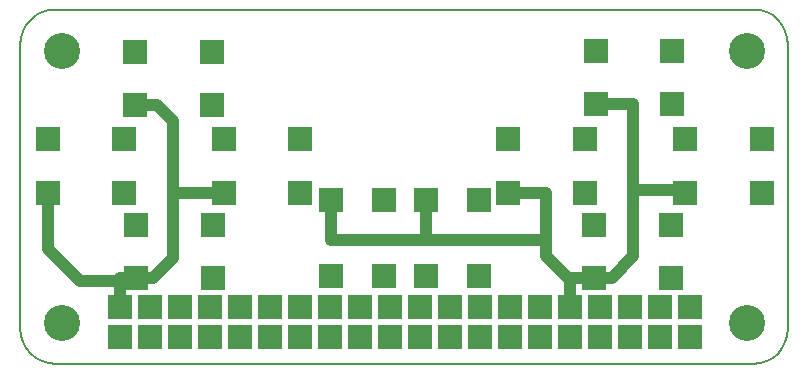
<source format=gbr>
G04 PROTEUS GERBER X2 FILE*
%TF.GenerationSoftware,Labcenter,Proteus,8.5-SP0-Build22067*%
%TF.CreationDate,2018-10-08T15:20:44+00:00*%
%TF.FileFunction,Copper,L16,Bot*%
%TF.FilePolarity,Positive*%
%TF.Part,Single*%
%FSLAX45Y45*%
%MOMM*%
G01*
%TA.AperFunction,NonConductor*%
%ADD10C,1.000000*%
%TA.AperFunction,ComponentPad*%
%ADD11C,3.048000*%
%ADD12R,2.032000X2.032000*%
%TA.AperFunction,Profile*%
%ADD13C,0.203200*%
D10*
X+230000Y+1450000D02*
X+230000Y+970000D01*
X+500000Y+700000D01*
X+840000Y+700000D01*
X+980000Y+730000D02*
X+840000Y+730000D01*
X+840000Y+700000D01*
X+840000Y+484000D01*
X+1720000Y+1450000D02*
X+1290000Y+1450000D01*
X+970000Y+2190000D02*
X+1160000Y+2190000D01*
X+1290000Y+2060000D01*
X+1290000Y+1450000D01*
X+1290000Y+900000D01*
X+1120000Y+730000D01*
X+980000Y+730000D01*
X+4650000Y+484000D02*
X+4650000Y+470000D01*
X+4860000Y+730000D02*
X+4758400Y+730000D01*
X+4650000Y+730000D01*
X+4650000Y+710000D01*
X+4650000Y+484000D01*
X+5630000Y+1450000D02*
X+5528400Y+1470000D01*
X+5190000Y+1470000D01*
X+4870000Y+2200000D02*
X+5190000Y+2200000D01*
X+5190000Y+1470000D01*
X+5190000Y+910000D01*
X+5010000Y+730000D01*
X+4860000Y+730000D01*
X+4130000Y+1450000D02*
X+4450000Y+1450000D01*
X+4450000Y+1050000D01*
X+4450000Y+910000D01*
X+4650000Y+710000D01*
X+2630000Y+1390000D02*
X+2630000Y+1050000D01*
X+3430000Y+1050000D01*
X+3480000Y+1050000D01*
X+3430000Y+1390000D02*
X+3430000Y+1050000D01*
X+3480000Y+1050000D02*
X+4450000Y+1050000D01*
D11*
X+350000Y+2650000D03*
X+350000Y+350000D03*
X+6150000Y+350000D03*
X+6150000Y+2650000D03*
D12*
X+840000Y+230000D03*
X+1094000Y+230000D03*
X+1348000Y+230000D03*
X+1602000Y+230000D03*
X+1856000Y+230000D03*
X+2110000Y+230000D03*
X+2364000Y+230000D03*
X+2618000Y+230000D03*
X+2872000Y+230000D03*
X+3126000Y+230000D03*
X+3380000Y+230000D03*
X+3634000Y+230000D03*
X+3888000Y+230000D03*
X+4142000Y+230000D03*
X+4396000Y+230000D03*
X+4650000Y+230000D03*
X+4904000Y+230000D03*
X+5158000Y+230000D03*
X+5412000Y+230000D03*
X+5666000Y+230000D03*
X+5666000Y+484000D03*
X+5412000Y+484000D03*
X+5158000Y+484000D03*
X+4904000Y+484000D03*
X+4650000Y+484000D03*
X+4396000Y+484000D03*
X+4142000Y+484000D03*
X+3888000Y+484000D03*
X+3634000Y+484000D03*
X+3380000Y+484000D03*
X+3126000Y+484000D03*
X+2872000Y+484000D03*
X+2618000Y+484000D03*
X+2364000Y+484000D03*
X+2110000Y+484000D03*
X+1856000Y+484000D03*
X+1602000Y+484000D03*
X+1348000Y+484000D03*
X+1094000Y+484000D03*
X+840000Y+484000D03*
X+1720000Y+1900000D03*
X+2370000Y+1900000D03*
X+1720000Y+1450000D03*
X+2370000Y+1450000D03*
X+980000Y+1180000D03*
X+1630000Y+1180000D03*
X+980000Y+730000D03*
X+1630000Y+730000D03*
X+230000Y+1900000D03*
X+880000Y+1900000D03*
X+230000Y+1450000D03*
X+880000Y+1450000D03*
X+970000Y+2640000D03*
X+1620000Y+2640000D03*
X+970000Y+2190000D03*
X+1620000Y+2190000D03*
X+3080000Y+1390000D03*
X+3080000Y+740000D03*
X+2630000Y+1390000D03*
X+2630000Y+740000D03*
X+3880000Y+1390000D03*
X+3880000Y+740000D03*
X+3430000Y+1390000D03*
X+3430000Y+740000D03*
X+4130000Y+1900000D03*
X+4780000Y+1900000D03*
X+4130000Y+1450000D03*
X+4780000Y+1450000D03*
X+4870000Y+2650000D03*
X+5520000Y+2650000D03*
X+4870000Y+2200000D03*
X+5520000Y+2200000D03*
X+5630000Y+1900000D03*
X+6280000Y+1900000D03*
X+5630000Y+1450000D03*
X+6280000Y+1450000D03*
X+4860000Y+1180000D03*
X+5510000Y+1180000D03*
X+4860000Y+730000D03*
X+5510000Y+730000D03*
D13*
X+300000Y+3000000D02*
X+238660Y+2994031D01*
X+181934Y+2976855D01*
X+130921Y+2949573D01*
X+86719Y+2913281D01*
X+50427Y+2869080D01*
X+23145Y+2818066D01*
X+5969Y+2761340D01*
X+0Y+2700000D01*
X+0Y+300000D02*
X+5969Y+238660D01*
X+23145Y+181934D01*
X+50427Y+130920D01*
X+86719Y+86719D01*
X+130921Y+50427D01*
X+181934Y+23145D01*
X+238660Y+5969D01*
X+300000Y+0D01*
X+6500000Y+300000D02*
X+6494031Y+238660D01*
X+6476855Y+181934D01*
X+6449573Y+130920D01*
X+6413281Y+86719D01*
X+6369079Y+50427D01*
X+6318066Y+23145D01*
X+6261340Y+5969D01*
X+6200000Y+0D01*
X+6500000Y+2700000D02*
X+6494031Y+2761340D01*
X+6476855Y+2818066D01*
X+6449573Y+2869080D01*
X+6413281Y+2913281D01*
X+6369079Y+2949573D01*
X+6318066Y+2976855D01*
X+6261340Y+2994031D01*
X+6200000Y+3000000D01*
X+0Y+2700000D02*
X+0Y+300000D01*
X+300000Y+3000000D02*
X+6200000Y+3000000D01*
X+6500000Y+2700000D02*
X+6500000Y+300000D01*
X+6200000Y+0D02*
X+300000Y+0D01*
M02*

</source>
